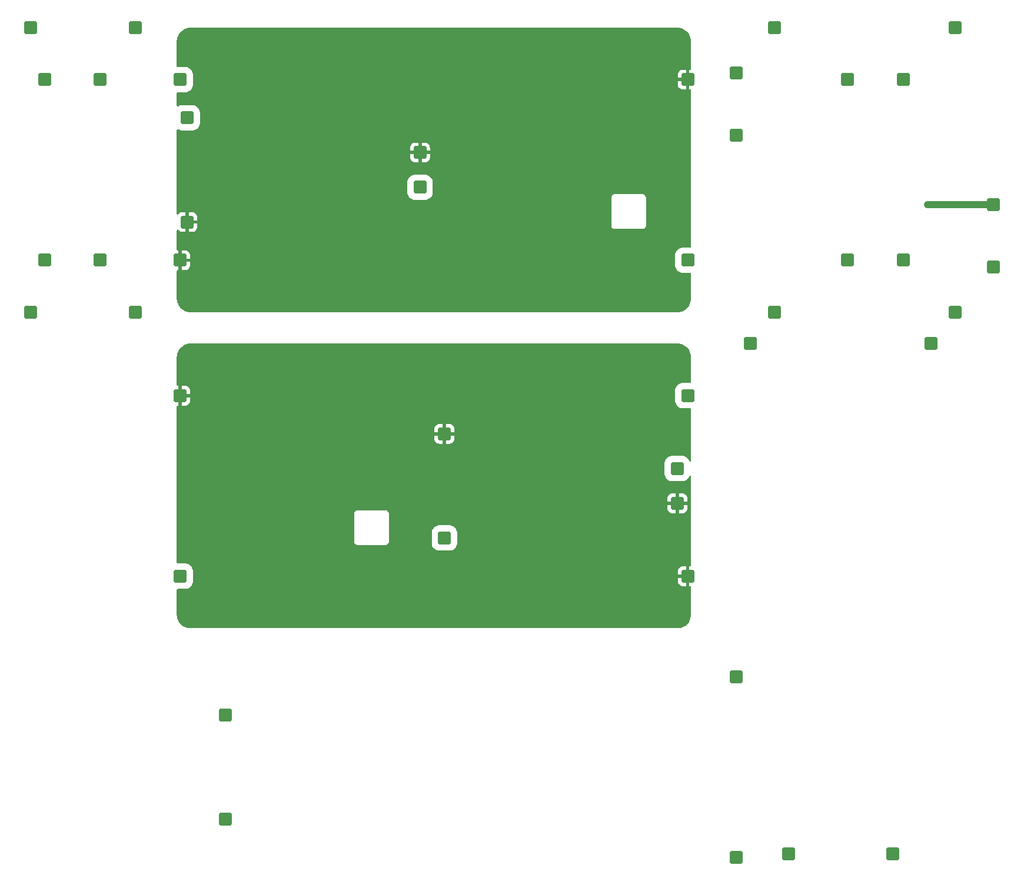
<source format=gbr>
%TF.GenerationSoftware,KiCad,Pcbnew,9.0.0*%
%TF.CreationDate,2025-03-21T15:29:29+01:00*%
%TF.ProjectId,DMW-BLJ31-charger,444d572d-424c-44a3-9331-2d6368617267,rev?*%
%TF.SameCoordinates,Original*%
%TF.FileFunction,Copper,L2,Bot*%
%TF.FilePolarity,Positive*%
%FSLAX46Y46*%
G04 Gerber Fmt 4.6, Leading zero omitted, Abs format (unit mm)*
G04 Created by KiCad (PCBNEW 9.0.0) date 2025-03-21 15:29:29*
%MOMM*%
%LPD*%
G01*
G04 APERTURE LIST*
G04 Aperture macros list*
%AMRoundRect*
0 Rectangle with rounded corners*
0 $1 Rounding radius*
0 $2 $3 $4 $5 $6 $7 $8 $9 X,Y pos of 4 corners*
0 Add a 4 corners polygon primitive as box body*
4,1,4,$2,$3,$4,$5,$6,$7,$8,$9,$2,$3,0*
0 Add four circle primitives for the rounded corners*
1,1,$1+$1,$2,$3*
1,1,$1+$1,$4,$5*
1,1,$1+$1,$6,$7*
1,1,$1+$1,$8,$9*
0 Add four rect primitives between the rounded corners*
20,1,$1+$1,$2,$3,$4,$5,0*
20,1,$1+$1,$4,$5,$6,$7,0*
20,1,$1+$1,$6,$7,$8,$9,0*
20,1,$1+$1,$8,$9,$2,$3,0*%
G04 Aperture macros list end*
%TA.AperFunction,ComponentPad*%
%ADD10RoundRect,0.250000X0.675000X-0.675000X0.675000X0.675000X-0.675000X0.675000X-0.675000X-0.675000X0*%
%TD*%
%TA.AperFunction,ComponentPad*%
%ADD11RoundRect,0.250000X-0.675000X-0.675000X0.675000X-0.675000X0.675000X0.675000X-0.675000X0.675000X0*%
%TD*%
%TA.AperFunction,ComponentPad*%
%ADD12RoundRect,0.250000X-0.675000X0.675000X-0.675000X-0.675000X0.675000X-0.675000X0.675000X0.675000X0*%
%TD*%
%TA.AperFunction,ViaPad*%
%ADD13C,0.600000*%
%TD*%
%TA.AperFunction,Conductor*%
%ADD14C,1.000000*%
%TD*%
G04 APERTURE END LIST*
D10*
%TO.P,J12,1,Pin_1*%
%TO.N,unconnected-(J12-Pin_1-Pad1)*%
X134500000Y-27500000D03*
%TD*%
D11*
%TO.P,J30,1,Pin_1*%
%TO.N,Net-(J29-Pin_1)*%
X87000000Y-101000000D03*
%TD*%
%TO.P,J38,1,Pin_1*%
%TO.N,GND*%
X37500000Y-61000000D03*
%TD*%
%TO.P,J7,1,Pin_1*%
%TO.N,unconnected-(J7-Pin_1-Pad1)*%
X151500000Y-146500000D03*
%TD*%
%TO.P,J27,1,Pin_1*%
%TO.N,Net-(J25-Pin_1)*%
X145000000Y-61000000D03*
%TD*%
%TO.P,J34,1,Pin_1*%
%TO.N,Net-(J29-Pin_1)*%
X49000000Y-35000000D03*
%TD*%
%TO.P,J26,1,Pin_1*%
%TO.N,Net-(J25-Pin_1)*%
X129000000Y-43000000D03*
%TD*%
%TO.P,J25,1,Pin_1*%
%TO.N,Net-(J25-Pin_1)*%
X83500000Y-50500000D03*
%TD*%
%TO.P,J29,1,Pin_1*%
%TO.N,Net-(J29-Pin_1)*%
X50000000Y-40500000D03*
%TD*%
D12*
%TO.P,J17,1,Pin_1*%
%TO.N,unconnected-(J17-Pin_1-Pad1)*%
X27500000Y-27500000D03*
%TD*%
%TO.P,J15,1,Pin_1*%
%TO.N,unconnected-(J15-Pin_1-Pad1)*%
X27500000Y-68500000D03*
%TD*%
D11*
%TO.P,J6,1,Pin_1*%
%TO.N,unconnected-(J6-Pin_1-Pad1)*%
X129000000Y-147000000D03*
%TD*%
%TO.P,J28,1,Pin_1*%
%TO.N,Net-(J25-Pin_1)*%
X122000000Y-61000000D03*
%TD*%
%TO.P,J37,1,Pin_1*%
%TO.N,GND*%
X122000000Y-106500000D03*
%TD*%
%TO.P,J41,1,Pin_1*%
%TO.N,GND*%
X49000000Y-80500000D03*
%TD*%
%TO.P,J46,1,Pin_1*%
%TO.N,GND*%
X166000000Y-62000000D03*
%TD*%
D12*
%TO.P,J9,1,Pin_1*%
%TO.N,unconnected-(J9-Pin_1-Pad1)*%
X131000000Y-73000000D03*
%TD*%
D11*
%TO.P,J48,1,Pin_1*%
%TO.N,GND*%
X120500000Y-96000000D03*
%TD*%
%TO.P,J42,1,Pin_1*%
%TO.N,Net-(J42-Pin_1)*%
X122000000Y-80500000D03*
%TD*%
%TO.P,J40,1,Pin_1*%
%TO.N,GND*%
X29500000Y-61000000D03*
%TD*%
%TO.P,J44,1,Pin_1*%
%TO.N,Net-(J42-Pin_1)*%
X166000000Y-53000000D03*
%TD*%
%TO.P,J36,1,Pin_1*%
%TO.N,GND*%
X50000000Y-55500000D03*
%TD*%
D10*
%TO.P,J10,1,Pin_1*%
%TO.N,unconnected-(J10-Pin_1-Pad1)*%
X160500000Y-27500000D03*
%TD*%
%TO.P,J18,1,Pin_1*%
%TO.N,unconnected-(J18-Pin_1-Pad1)*%
X42500000Y-27500000D03*
%TD*%
%TO.P,J16,1,Pin_1*%
%TO.N,unconnected-(J16-Pin_1-Pad1)*%
X42500000Y-68500000D03*
%TD*%
D11*
%TO.P,J21,1,Pin_1*%
%TO.N,GND*%
X122000000Y-35000000D03*
%TD*%
%TO.P,J35,1,Pin_1*%
%TO.N,GND*%
X87000000Y-86000000D03*
%TD*%
%TO.P,J20,1,Pin_1*%
%TO.N,unconnected-(J20-Pin_1-Pad1)*%
X55500000Y-141500000D03*
%TD*%
%TO.P,J32,1,Pin_1*%
%TO.N,Net-(J29-Pin_1)*%
X49000000Y-106500000D03*
%TD*%
%TO.P,J33,1,Pin_1*%
%TO.N,Net-(J29-Pin_1)*%
X37500000Y-35000000D03*
%TD*%
%TO.P,J47,1,Pin_1*%
%TO.N,GND*%
X153000000Y-35000000D03*
%TD*%
%TO.P,J19,1,Pin_1*%
%TO.N,unconnected-(J19-Pin_1-Pad1)*%
X55500000Y-126500000D03*
%TD*%
D10*
%TO.P,J13,1,Pin_1*%
%TO.N,unconnected-(J13-Pin_1-Pad1)*%
X160500000Y-68500000D03*
%TD*%
%TO.P,J11,1,Pin_1*%
%TO.N,unconnected-(J11-Pin_1-Pad1)*%
X157000000Y-73000000D03*
%TD*%
D11*
%TO.P,J22,1,Pin_1*%
%TO.N,GND*%
X145000000Y-35000000D03*
%TD*%
D10*
%TO.P,J8,1,Pin_1*%
%TO.N,unconnected-(J8-Pin_1-Pad1)*%
X136500000Y-146500000D03*
%TD*%
D11*
%TO.P,J39,1,Pin_1*%
%TO.N,GND*%
X49000000Y-61000000D03*
%TD*%
%TO.P,J45,1,Pin_1*%
%TO.N,Net-(J42-Pin_1)*%
X153000000Y-61000000D03*
%TD*%
%TO.P,J23,1,Pin_1*%
%TO.N,GND*%
X129000000Y-34000000D03*
%TD*%
%TO.P,J31,1,Pin_1*%
%TO.N,Net-(J29-Pin_1)*%
X29500000Y-35000000D03*
%TD*%
D10*
%TO.P,J14,1,Pin_1*%
%TO.N,unconnected-(J14-Pin_1-Pad1)*%
X134500000Y-68500000D03*
%TD*%
D11*
%TO.P,J24,1,Pin_1*%
%TO.N,GND*%
X83500000Y-45500000D03*
%TD*%
%TO.P,J43,1,Pin_1*%
%TO.N,Net-(J42-Pin_1)*%
X120500000Y-91000000D03*
%TD*%
%TO.P,J5,1,Pin_1*%
%TO.N,unconnected-(J5-Pin_1-Pad1)*%
X129000000Y-121000000D03*
%TD*%
D13*
%TO.N,GND*%
X105000000Y-95000000D03*
X70000000Y-90000000D03*
X95000000Y-80000000D03*
X110000000Y-35000000D03*
X100000000Y-40000000D03*
X80000000Y-55000000D03*
X105000000Y-100000000D03*
X60000000Y-55000000D03*
X60000000Y-50000000D03*
X115000000Y-80000000D03*
X100000000Y-50000000D03*
X70000000Y-85000000D03*
X110000000Y-95000000D03*
X65000000Y-60000000D03*
X60000000Y-35000000D03*
X105000000Y-50000000D03*
X60000000Y-90000000D03*
X110000000Y-100000000D03*
X70000000Y-50000000D03*
X75000000Y-40000000D03*
X105000000Y-35000000D03*
X100000000Y-80000000D03*
X100000000Y-100000000D03*
X80000000Y-65000000D03*
X90000000Y-110000000D03*
X60000000Y-100000000D03*
X105000000Y-45000000D03*
X65000000Y-35000000D03*
X100000000Y-85000000D03*
X95000000Y-85000000D03*
X90000000Y-95000000D03*
X95000000Y-110000000D03*
X55000000Y-60000000D03*
X105000000Y-110000000D03*
X75000000Y-45000000D03*
X95000000Y-35000000D03*
X90000000Y-85000000D03*
X110000000Y-85000000D03*
X70000000Y-95000000D03*
X55000000Y-65000000D03*
X95000000Y-40000000D03*
X105000000Y-105000000D03*
X60000000Y-95000000D03*
X55000000Y-45000000D03*
X115000000Y-110000000D03*
X110000000Y-40000000D03*
X75000000Y-55000000D03*
X115000000Y-45000000D03*
X75000000Y-50000000D03*
X105000000Y-55000000D03*
X115000000Y-90000000D03*
X60000000Y-60000000D03*
X70000000Y-60000000D03*
X60000000Y-40000000D03*
X65000000Y-100000000D03*
X95000000Y-90000000D03*
X65000000Y-40000000D03*
X80000000Y-90000000D03*
X95000000Y-95000000D03*
X55000000Y-50000000D03*
X80000000Y-35000000D03*
X115000000Y-95000000D03*
X70000000Y-45000000D03*
X55000000Y-55000000D03*
X80000000Y-85000000D03*
X115000000Y-40000000D03*
X100000000Y-45000000D03*
X65000000Y-55000000D03*
X65000000Y-45000000D03*
X100000000Y-105000000D03*
X105000000Y-90000000D03*
X95000000Y-105000000D03*
X110000000Y-110000000D03*
X80000000Y-60000000D03*
X100000000Y-110000000D03*
X60000000Y-65000000D03*
X80000000Y-95000000D03*
X70000000Y-65000000D03*
X115000000Y-50000000D03*
X100000000Y-90000000D03*
X65000000Y-80000000D03*
X115000000Y-35000000D03*
X70000000Y-55000000D03*
X90000000Y-80000000D03*
X80000000Y-80000000D03*
X70000000Y-80000000D03*
X100000000Y-95000000D03*
X105000000Y-40000000D03*
X110000000Y-90000000D03*
X90000000Y-90000000D03*
X100000000Y-35000000D03*
X115000000Y-85000000D03*
X70000000Y-100000000D03*
X75000000Y-80000000D03*
X65000000Y-50000000D03*
X105000000Y-85000000D03*
X95000000Y-45000000D03*
X70000000Y-40000000D03*
X90000000Y-100000000D03*
X65000000Y-65000000D03*
X95000000Y-100000000D03*
X90000000Y-105000000D03*
X60000000Y-45000000D03*
X115000000Y-100000000D03*
X60000000Y-80000000D03*
X65000000Y-95000000D03*
X110000000Y-80000000D03*
X75000000Y-90000000D03*
X55000000Y-40000000D03*
X110000000Y-50000000D03*
X75000000Y-35000000D03*
X60000000Y-85000000D03*
X75000000Y-85000000D03*
X65000000Y-85000000D03*
X75000000Y-65000000D03*
X55000000Y-35000000D03*
X75000000Y-60000000D03*
X65000000Y-90000000D03*
X115000000Y-105000000D03*
X75000000Y-95000000D03*
X70000000Y-35000000D03*
X80000000Y-40000000D03*
X105000000Y-80000000D03*
X110000000Y-105000000D03*
X110000000Y-45000000D03*
%TO.N,Net-(J42-Pin_1)*%
X156500000Y-53000000D03*
%TD*%
D14*
%TO.N,Net-(J42-Pin_1)*%
X156500000Y-53000000D02*
X166000000Y-53000000D01*
%TD*%
%TA.AperFunction,Conductor*%
%TO.N,GND*%
G36*
X120504418Y-73000316D02*
G01*
X120775790Y-73019724D01*
X120793291Y-73022241D01*
X121054803Y-73079129D01*
X121071762Y-73084108D01*
X121322524Y-73177638D01*
X121338616Y-73184987D01*
X121573501Y-73313244D01*
X121588375Y-73322802D01*
X121802624Y-73483188D01*
X121815994Y-73494774D01*
X122005225Y-73684005D01*
X122016811Y-73697375D01*
X122177193Y-73911619D01*
X122186758Y-73926503D01*
X122315011Y-74161382D01*
X122322361Y-74177475D01*
X122415888Y-74428229D01*
X122420872Y-74445205D01*
X122477757Y-74706702D01*
X122480275Y-74724214D01*
X122499184Y-74988590D01*
X122499500Y-74997436D01*
X122499500Y-78550500D01*
X122479815Y-78617539D01*
X122427011Y-78663294D01*
X122375500Y-78674500D01*
X121253984Y-78674500D01*
X121165375Y-78680650D01*
X121165359Y-78680652D01*
X120957823Y-78729465D01*
X120957817Y-78729467D01*
X120762761Y-78815592D01*
X120586858Y-78936088D01*
X120586852Y-78936093D01*
X120436093Y-79086852D01*
X120436088Y-79086858D01*
X120315592Y-79262761D01*
X120229467Y-79457817D01*
X120229465Y-79457823D01*
X120180652Y-79665359D01*
X120180650Y-79665375D01*
X120174500Y-79753984D01*
X120174500Y-81246015D01*
X120180650Y-81334624D01*
X120180652Y-81334640D01*
X120229465Y-81542176D01*
X120229467Y-81542182D01*
X120229468Y-81542185D01*
X120315591Y-81737237D01*
X120315592Y-81737238D01*
X120436088Y-81913141D01*
X120436093Y-81913147D01*
X120586852Y-82063906D01*
X120586858Y-82063911D01*
X120762763Y-82184409D01*
X120957815Y-82270532D01*
X120957821Y-82270533D01*
X120957823Y-82270534D01*
X121165359Y-82319347D01*
X121165364Y-82319347D01*
X121165370Y-82319349D01*
X121214602Y-82322766D01*
X121253984Y-82325500D01*
X121253988Y-82325500D01*
X122375500Y-82325500D01*
X122442539Y-82345185D01*
X122488294Y-82397989D01*
X122499500Y-82449500D01*
X122499500Y-88570186D01*
X122500000Y-88577816D01*
X122500000Y-89889686D01*
X122480315Y-89956725D01*
X122427511Y-90002480D01*
X122358353Y-90012424D01*
X122294797Y-89983399D01*
X122262565Y-89939772D01*
X122240450Y-89889686D01*
X122184409Y-89762763D01*
X122063911Y-89586858D01*
X122063906Y-89586852D01*
X121913147Y-89436093D01*
X121913141Y-89436088D01*
X121737238Y-89315592D01*
X121737239Y-89315592D01*
X121737237Y-89315591D01*
X121542185Y-89229468D01*
X121542183Y-89229467D01*
X121542182Y-89229467D01*
X121542176Y-89229465D01*
X121334640Y-89180652D01*
X121334624Y-89180650D01*
X121246016Y-89174500D01*
X121246012Y-89174500D01*
X119753988Y-89174500D01*
X119753984Y-89174500D01*
X119665375Y-89180650D01*
X119665359Y-89180652D01*
X119457823Y-89229465D01*
X119457817Y-89229467D01*
X119262761Y-89315592D01*
X119086858Y-89436088D01*
X119086852Y-89436093D01*
X118936093Y-89586852D01*
X118936088Y-89586858D01*
X118815592Y-89762761D01*
X118729467Y-89957817D01*
X118729465Y-89957823D01*
X118680652Y-90165359D01*
X118680650Y-90165375D01*
X118674500Y-90253984D01*
X118674500Y-91746015D01*
X118680650Y-91834624D01*
X118680652Y-91834640D01*
X118729465Y-92042176D01*
X118729467Y-92042182D01*
X118729468Y-92042185D01*
X118815591Y-92237237D01*
X118815592Y-92237238D01*
X118936088Y-92413141D01*
X118936093Y-92413147D01*
X119086852Y-92563906D01*
X119086858Y-92563911D01*
X119262763Y-92684409D01*
X119457815Y-92770532D01*
X119457821Y-92770533D01*
X119457823Y-92770534D01*
X119665359Y-92819347D01*
X119665364Y-92819347D01*
X119665370Y-92819349D01*
X119714602Y-92822766D01*
X119753984Y-92825500D01*
X119753988Y-92825500D01*
X121246016Y-92825500D01*
X121281459Y-92823039D01*
X121334630Y-92819349D01*
X121334636Y-92819347D01*
X121334640Y-92819347D01*
X121542176Y-92770534D01*
X121542174Y-92770534D01*
X121542185Y-92770532D01*
X121737237Y-92684409D01*
X121913142Y-92563911D01*
X122063911Y-92413142D01*
X122184409Y-92237237D01*
X122262566Y-92060225D01*
X122307651Y-92006851D01*
X122374437Y-91986323D01*
X122441719Y-92005161D01*
X122488136Y-92057384D01*
X122500000Y-92110313D01*
X122500000Y-98422185D01*
X122499500Y-98429815D01*
X122499500Y-104951000D01*
X122479815Y-105018039D01*
X122427011Y-105063794D01*
X122375500Y-105075000D01*
X122250000Y-105075000D01*
X122250000Y-106153590D01*
X122164044Y-106103963D01*
X122055952Y-106075000D01*
X121944048Y-106075000D01*
X121835956Y-106103963D01*
X121750000Y-106153590D01*
X121750000Y-105075000D01*
X121275028Y-105075000D01*
X121275012Y-105075001D01*
X121172302Y-105085494D01*
X121005880Y-105140641D01*
X121005875Y-105140643D01*
X120856654Y-105232684D01*
X120732684Y-105356654D01*
X120640643Y-105505875D01*
X120640641Y-105505880D01*
X120585494Y-105672302D01*
X120585493Y-105672309D01*
X120575000Y-105775013D01*
X120575000Y-106250000D01*
X121653590Y-106250000D01*
X121603963Y-106335956D01*
X121575000Y-106444048D01*
X121575000Y-106555952D01*
X121603963Y-106664044D01*
X121653590Y-106750000D01*
X120575001Y-106750000D01*
X120575001Y-107224986D01*
X120585494Y-107327697D01*
X120640641Y-107494119D01*
X120640643Y-107494124D01*
X120732684Y-107643345D01*
X120856654Y-107767315D01*
X121005875Y-107859356D01*
X121005880Y-107859358D01*
X121172302Y-107914505D01*
X121172309Y-107914506D01*
X121275019Y-107924999D01*
X121749999Y-107924999D01*
X121750000Y-107924998D01*
X121750000Y-106846409D01*
X121835956Y-106896037D01*
X121944048Y-106925000D01*
X122055952Y-106925000D01*
X122164044Y-106896037D01*
X122250000Y-106846409D01*
X122250000Y-107924999D01*
X122375500Y-107924999D01*
X122442539Y-107944684D01*
X122488294Y-107997488D01*
X122499500Y-108048999D01*
X122499500Y-112002562D01*
X122499184Y-112011408D01*
X122480275Y-112275785D01*
X122477757Y-112293297D01*
X122420872Y-112554794D01*
X122415888Y-112571770D01*
X122322361Y-112822524D01*
X122315011Y-112838617D01*
X122186758Y-113073496D01*
X122177193Y-113088380D01*
X122016811Y-113302624D01*
X122005225Y-113315994D01*
X121815994Y-113505225D01*
X121802624Y-113516811D01*
X121588380Y-113677193D01*
X121573496Y-113686758D01*
X121338617Y-113815011D01*
X121322524Y-113822361D01*
X121071770Y-113915888D01*
X121054794Y-113920872D01*
X120793297Y-113977757D01*
X120775785Y-113980275D01*
X120504418Y-113999684D01*
X120495572Y-114000000D01*
X50504428Y-114000000D01*
X50495582Y-113999684D01*
X50224214Y-113980275D01*
X50206702Y-113977757D01*
X49945205Y-113920872D01*
X49928229Y-113915888D01*
X49677475Y-113822361D01*
X49661382Y-113815011D01*
X49426503Y-113686758D01*
X49411619Y-113677193D01*
X49197375Y-113516811D01*
X49184005Y-113505225D01*
X48994774Y-113315994D01*
X48983188Y-113302624D01*
X48822802Y-113088375D01*
X48813244Y-113073501D01*
X48684987Y-112838616D01*
X48677638Y-112822524D01*
X48584108Y-112571762D01*
X48579129Y-112554803D01*
X48522241Y-112293291D01*
X48519724Y-112275785D01*
X48500816Y-112011408D01*
X48500500Y-112002562D01*
X48500500Y-108449500D01*
X48520185Y-108382461D01*
X48572989Y-108336706D01*
X48624500Y-108325500D01*
X49746016Y-108325500D01*
X49781459Y-108323039D01*
X49834630Y-108319349D01*
X49834636Y-108319347D01*
X49834640Y-108319347D01*
X50042176Y-108270534D01*
X50042174Y-108270534D01*
X50042185Y-108270532D01*
X50237237Y-108184409D01*
X50413142Y-108063911D01*
X50563911Y-107913142D01*
X50684409Y-107737237D01*
X50770532Y-107542185D01*
X50819349Y-107334630D01*
X50825500Y-107246012D01*
X50825500Y-105753988D01*
X50819349Y-105665370D01*
X50819347Y-105665364D01*
X50819347Y-105665359D01*
X50770534Y-105457823D01*
X50770532Y-105457817D01*
X50770532Y-105457815D01*
X50684409Y-105262763D01*
X50563911Y-105086858D01*
X50563906Y-105086852D01*
X50413147Y-104936093D01*
X50413141Y-104936088D01*
X50237238Y-104815592D01*
X50237239Y-104815592D01*
X50237237Y-104815591D01*
X50042185Y-104729468D01*
X50042183Y-104729467D01*
X50042182Y-104729467D01*
X50042176Y-104729465D01*
X49834640Y-104680652D01*
X49834624Y-104680650D01*
X49746016Y-104674500D01*
X49746012Y-104674500D01*
X48624500Y-104674500D01*
X48557461Y-104654815D01*
X48511706Y-104602011D01*
X48500500Y-104550500D01*
X48500500Y-98429815D01*
X48500000Y-98422185D01*
X48500000Y-97434108D01*
X73999500Y-97434108D01*
X73999500Y-101565891D01*
X74033608Y-101693187D01*
X74064107Y-101746012D01*
X74099500Y-101807314D01*
X74192686Y-101900500D01*
X74306814Y-101966392D01*
X74434108Y-102000500D01*
X74434110Y-102000500D01*
X78565890Y-102000500D01*
X78565892Y-102000500D01*
X78693186Y-101966392D01*
X78807314Y-101900500D01*
X78900500Y-101807314D01*
X78966392Y-101693186D01*
X79000500Y-101565892D01*
X79000500Y-100253984D01*
X85174500Y-100253984D01*
X85174500Y-101746015D01*
X85180650Y-101834624D01*
X85180652Y-101834640D01*
X85229465Y-102042176D01*
X85229467Y-102042182D01*
X85229468Y-102042185D01*
X85315591Y-102237237D01*
X85315592Y-102237238D01*
X85436088Y-102413141D01*
X85436093Y-102413147D01*
X85586852Y-102563906D01*
X85586858Y-102563911D01*
X85762763Y-102684409D01*
X85957815Y-102770532D01*
X85957821Y-102770533D01*
X85957823Y-102770534D01*
X86165359Y-102819347D01*
X86165364Y-102819347D01*
X86165370Y-102819349D01*
X86214602Y-102822766D01*
X86253984Y-102825500D01*
X86253988Y-102825500D01*
X87746016Y-102825500D01*
X87781459Y-102823039D01*
X87834630Y-102819349D01*
X87834636Y-102819347D01*
X87834640Y-102819347D01*
X88042176Y-102770534D01*
X88042174Y-102770534D01*
X88042185Y-102770532D01*
X88237237Y-102684409D01*
X88413142Y-102563911D01*
X88563911Y-102413142D01*
X88684409Y-102237237D01*
X88770532Y-102042185D01*
X88788359Y-101966391D01*
X88819347Y-101834640D01*
X88819347Y-101834636D01*
X88819349Y-101834630D01*
X88825500Y-101746012D01*
X88825500Y-100253988D01*
X88819349Y-100165370D01*
X88819347Y-100165364D01*
X88819347Y-100165359D01*
X88770534Y-99957823D01*
X88770532Y-99957817D01*
X88770532Y-99957815D01*
X88684409Y-99762763D01*
X88563911Y-99586858D01*
X88563906Y-99586852D01*
X88413147Y-99436093D01*
X88413141Y-99436088D01*
X88237238Y-99315592D01*
X88237239Y-99315592D01*
X88237237Y-99315591D01*
X88042185Y-99229468D01*
X88042183Y-99229467D01*
X88042182Y-99229467D01*
X88042176Y-99229465D01*
X87834640Y-99180652D01*
X87834624Y-99180650D01*
X87746016Y-99174500D01*
X87746012Y-99174500D01*
X86253988Y-99174500D01*
X86253984Y-99174500D01*
X86165375Y-99180650D01*
X86165359Y-99180652D01*
X85957823Y-99229465D01*
X85957817Y-99229467D01*
X85762761Y-99315592D01*
X85586858Y-99436088D01*
X85586852Y-99436093D01*
X85436093Y-99586852D01*
X85436088Y-99586858D01*
X85315592Y-99762761D01*
X85229467Y-99957817D01*
X85229465Y-99957823D01*
X85180652Y-100165359D01*
X85180650Y-100165375D01*
X85174500Y-100253984D01*
X79000500Y-100253984D01*
X79000500Y-97434108D01*
X78966392Y-97306814D01*
X78900500Y-97192686D01*
X78807314Y-97099500D01*
X78750250Y-97066554D01*
X78693187Y-97033608D01*
X78629539Y-97016554D01*
X78565892Y-96999500D01*
X74565892Y-96999500D01*
X74434108Y-96999500D01*
X74306812Y-97033608D01*
X74192686Y-97099500D01*
X74192683Y-97099502D01*
X74099502Y-97192683D01*
X74099500Y-97192686D01*
X74033608Y-97306812D01*
X73999500Y-97434108D01*
X48500000Y-97434108D01*
X48500000Y-95275013D01*
X119075000Y-95275013D01*
X119075000Y-95750000D01*
X120153590Y-95750000D01*
X120103963Y-95835956D01*
X120075000Y-95944048D01*
X120075000Y-96055952D01*
X120103963Y-96164044D01*
X120153590Y-96250000D01*
X119075001Y-96250000D01*
X119075001Y-96724986D01*
X119085494Y-96827697D01*
X119140641Y-96994119D01*
X119140643Y-96994124D01*
X119232684Y-97143345D01*
X119356654Y-97267315D01*
X119505875Y-97359356D01*
X119505880Y-97359358D01*
X119672302Y-97414505D01*
X119672309Y-97414506D01*
X119775019Y-97424999D01*
X120249999Y-97424999D01*
X120250000Y-97424998D01*
X120250000Y-96346409D01*
X120335956Y-96396037D01*
X120444048Y-96425000D01*
X120555952Y-96425000D01*
X120664044Y-96396037D01*
X120750000Y-96346409D01*
X120750000Y-97424999D01*
X121224972Y-97424999D01*
X121224986Y-97424998D01*
X121327697Y-97414505D01*
X121494119Y-97359358D01*
X121494124Y-97359356D01*
X121643345Y-97267315D01*
X121767315Y-97143345D01*
X121859356Y-96994124D01*
X121859358Y-96994119D01*
X121914505Y-96827697D01*
X121914506Y-96827690D01*
X121924999Y-96724986D01*
X121925000Y-96724973D01*
X121925000Y-96250000D01*
X120846410Y-96250000D01*
X120896037Y-96164044D01*
X120925000Y-96055952D01*
X120925000Y-95944048D01*
X120896037Y-95835956D01*
X120846410Y-95750000D01*
X121924999Y-95750000D01*
X121924999Y-95275028D01*
X121924998Y-95275013D01*
X121914505Y-95172302D01*
X121859358Y-95005880D01*
X121859356Y-95005875D01*
X121767315Y-94856654D01*
X121643345Y-94732684D01*
X121494124Y-94640643D01*
X121494119Y-94640641D01*
X121327697Y-94585494D01*
X121327690Y-94585493D01*
X121224986Y-94575000D01*
X120750000Y-94575000D01*
X120750000Y-95653590D01*
X120664044Y-95603963D01*
X120555952Y-95575000D01*
X120444048Y-95575000D01*
X120335956Y-95603963D01*
X120250000Y-95653590D01*
X120250000Y-94575000D01*
X119775028Y-94575000D01*
X119775012Y-94575001D01*
X119672302Y-94585494D01*
X119505880Y-94640641D01*
X119505875Y-94640643D01*
X119356654Y-94732684D01*
X119232684Y-94856654D01*
X119140643Y-95005875D01*
X119140641Y-95005880D01*
X119085494Y-95172302D01*
X119085493Y-95172309D01*
X119075000Y-95275013D01*
X48500000Y-95275013D01*
X48500000Y-88577816D01*
X48500500Y-88570186D01*
X48500500Y-85275013D01*
X85575000Y-85275013D01*
X85575000Y-85750000D01*
X86653590Y-85750000D01*
X86603963Y-85835956D01*
X86575000Y-85944048D01*
X86575000Y-86055952D01*
X86603963Y-86164044D01*
X86653590Y-86250000D01*
X85575001Y-86250000D01*
X85575001Y-86724986D01*
X85585494Y-86827697D01*
X85640641Y-86994119D01*
X85640643Y-86994124D01*
X85732684Y-87143345D01*
X85856654Y-87267315D01*
X86005875Y-87359356D01*
X86005880Y-87359358D01*
X86172302Y-87414505D01*
X86172309Y-87414506D01*
X86275019Y-87424999D01*
X86749999Y-87424999D01*
X86750000Y-87424998D01*
X86750000Y-86346409D01*
X86835956Y-86396037D01*
X86944048Y-86425000D01*
X87055952Y-86425000D01*
X87164044Y-86396037D01*
X87250000Y-86346409D01*
X87250000Y-87424999D01*
X87724972Y-87424999D01*
X87724986Y-87424998D01*
X87827697Y-87414505D01*
X87994119Y-87359358D01*
X87994124Y-87359356D01*
X88143345Y-87267315D01*
X88267315Y-87143345D01*
X88359356Y-86994124D01*
X88359358Y-86994119D01*
X88414505Y-86827697D01*
X88414506Y-86827690D01*
X88424999Y-86724986D01*
X88425000Y-86724973D01*
X88425000Y-86250000D01*
X87346410Y-86250000D01*
X87396037Y-86164044D01*
X87425000Y-86055952D01*
X87425000Y-85944048D01*
X87396037Y-85835956D01*
X87346410Y-85750000D01*
X88424999Y-85750000D01*
X88424999Y-85275028D01*
X88424998Y-85275013D01*
X88414505Y-85172302D01*
X88359358Y-85005880D01*
X88359356Y-85005875D01*
X88267315Y-84856654D01*
X88143345Y-84732684D01*
X87994124Y-84640643D01*
X87994119Y-84640641D01*
X87827697Y-84585494D01*
X87827690Y-84585493D01*
X87724986Y-84575000D01*
X87250000Y-84575000D01*
X87250000Y-85653590D01*
X87164044Y-85603963D01*
X87055952Y-85575000D01*
X86944048Y-85575000D01*
X86835956Y-85603963D01*
X86750000Y-85653590D01*
X86750000Y-84575000D01*
X86275028Y-84575000D01*
X86275012Y-84575001D01*
X86172302Y-84585494D01*
X86005880Y-84640641D01*
X86005875Y-84640643D01*
X85856654Y-84732684D01*
X85732684Y-84856654D01*
X85640643Y-85005875D01*
X85640641Y-85005880D01*
X85585494Y-85172302D01*
X85585493Y-85172309D01*
X85575000Y-85275013D01*
X48500500Y-85275013D01*
X48500500Y-82048999D01*
X48520185Y-81981960D01*
X48572989Y-81936205D01*
X48624500Y-81924999D01*
X48750000Y-81924999D01*
X48750000Y-80846409D01*
X48835956Y-80896037D01*
X48944048Y-80925000D01*
X49055952Y-80925000D01*
X49164044Y-80896037D01*
X49250000Y-80846409D01*
X49250000Y-81924999D01*
X49724972Y-81924999D01*
X49724986Y-81924998D01*
X49827697Y-81914505D01*
X49994119Y-81859358D01*
X49994124Y-81859356D01*
X50143345Y-81767315D01*
X50267315Y-81643345D01*
X50359356Y-81494124D01*
X50359358Y-81494119D01*
X50414505Y-81327697D01*
X50414506Y-81327690D01*
X50424999Y-81224986D01*
X50425000Y-81224973D01*
X50425000Y-80750000D01*
X49346410Y-80750000D01*
X49396037Y-80664044D01*
X49425000Y-80555952D01*
X49425000Y-80444048D01*
X49396037Y-80335956D01*
X49346410Y-80250000D01*
X50424999Y-80250000D01*
X50424999Y-79775028D01*
X50424998Y-79775013D01*
X50414505Y-79672302D01*
X50359358Y-79505880D01*
X50359356Y-79505875D01*
X50267315Y-79356654D01*
X50143345Y-79232684D01*
X49994124Y-79140643D01*
X49994119Y-79140641D01*
X49827697Y-79085494D01*
X49827690Y-79085493D01*
X49724986Y-79075000D01*
X49250000Y-79075000D01*
X49250000Y-80153590D01*
X49164044Y-80103963D01*
X49055952Y-80075000D01*
X48944048Y-80075000D01*
X48835956Y-80103963D01*
X48750000Y-80153590D01*
X48750000Y-79075000D01*
X48624500Y-79075000D01*
X48557461Y-79055315D01*
X48511706Y-79002511D01*
X48500500Y-78951000D01*
X48500500Y-74997436D01*
X48500816Y-74988590D01*
X48519724Y-74724214D01*
X48522240Y-74706710D01*
X48579130Y-74445192D01*
X48584107Y-74428241D01*
X48677640Y-74177470D01*
X48684985Y-74161388D01*
X48813248Y-73926491D01*
X48822798Y-73911630D01*
X48983195Y-73697366D01*
X48994767Y-73684012D01*
X49184012Y-73494767D01*
X49197366Y-73483195D01*
X49411630Y-73322798D01*
X49426491Y-73313248D01*
X49661388Y-73184985D01*
X49677470Y-73177640D01*
X49928241Y-73084107D01*
X49945192Y-73079130D01*
X50206710Y-73022240D01*
X50224207Y-73019724D01*
X50495582Y-73000316D01*
X50504428Y-73000000D01*
X120495572Y-73000000D01*
X120504418Y-73000316D01*
G37*
%TD.AperFunction*%
%TD*%
%TA.AperFunction,Conductor*%
%TO.N,GND*%
G36*
X120504418Y-27500316D02*
G01*
X120775790Y-27519724D01*
X120793291Y-27522241D01*
X121054803Y-27579129D01*
X121071762Y-27584108D01*
X121322524Y-27677638D01*
X121338616Y-27684987D01*
X121573501Y-27813244D01*
X121588375Y-27822802D01*
X121802624Y-27983188D01*
X121815994Y-27994774D01*
X122005225Y-28184005D01*
X122016811Y-28197375D01*
X122177193Y-28411619D01*
X122186758Y-28426503D01*
X122315011Y-28661382D01*
X122322361Y-28677475D01*
X122415888Y-28928229D01*
X122420872Y-28945205D01*
X122477757Y-29206702D01*
X122480275Y-29224214D01*
X122499184Y-29488590D01*
X122499500Y-29497436D01*
X122499500Y-30570186D01*
X122500000Y-30577816D01*
X122500000Y-33451000D01*
X122480315Y-33518039D01*
X122427511Y-33563794D01*
X122376000Y-33575000D01*
X122250000Y-33575000D01*
X122250000Y-34653590D01*
X122164044Y-34603963D01*
X122055952Y-34575000D01*
X121944048Y-34575000D01*
X121835956Y-34603963D01*
X121750000Y-34653590D01*
X121750000Y-33575000D01*
X121275028Y-33575000D01*
X121275012Y-33575001D01*
X121172302Y-33585494D01*
X121005880Y-33640641D01*
X121005875Y-33640643D01*
X120856654Y-33732684D01*
X120732684Y-33856654D01*
X120640643Y-34005875D01*
X120640641Y-34005880D01*
X120585494Y-34172302D01*
X120585493Y-34172309D01*
X120575000Y-34275013D01*
X120575000Y-34750000D01*
X121653590Y-34750000D01*
X121603963Y-34835956D01*
X121575000Y-34944048D01*
X121575000Y-35055952D01*
X121603963Y-35164044D01*
X121653590Y-35250000D01*
X120575001Y-35250000D01*
X120575001Y-35724986D01*
X120585494Y-35827697D01*
X120640641Y-35994119D01*
X120640643Y-35994124D01*
X120732684Y-36143345D01*
X120856654Y-36267315D01*
X121005875Y-36359356D01*
X121005880Y-36359358D01*
X121172302Y-36414505D01*
X121172309Y-36414506D01*
X121275019Y-36424999D01*
X121749999Y-36424999D01*
X121750000Y-36424998D01*
X121750000Y-35346409D01*
X121835956Y-35396037D01*
X121944048Y-35425000D01*
X122055952Y-35425000D01*
X122164044Y-35396037D01*
X122250000Y-35346409D01*
X122250000Y-36424999D01*
X122376000Y-36424999D01*
X122443039Y-36444684D01*
X122488794Y-36497488D01*
X122500000Y-36548999D01*
X122500000Y-40422185D01*
X122499500Y-40429815D01*
X122499500Y-55570186D01*
X122500000Y-55577816D01*
X122500000Y-59050500D01*
X122480315Y-59117539D01*
X122427511Y-59163294D01*
X122376000Y-59174500D01*
X121253984Y-59174500D01*
X121165375Y-59180650D01*
X121165359Y-59180652D01*
X120957823Y-59229465D01*
X120957817Y-59229467D01*
X120762761Y-59315592D01*
X120586858Y-59436088D01*
X120586852Y-59436093D01*
X120436093Y-59586852D01*
X120436088Y-59586858D01*
X120315592Y-59762761D01*
X120229467Y-59957817D01*
X120229465Y-59957823D01*
X120180652Y-60165359D01*
X120180650Y-60165375D01*
X120174500Y-60253984D01*
X120174500Y-61746015D01*
X120180650Y-61834624D01*
X120180652Y-61834640D01*
X120229465Y-62042176D01*
X120229467Y-62042182D01*
X120229468Y-62042185D01*
X120315591Y-62237237D01*
X120315592Y-62237238D01*
X120436088Y-62413141D01*
X120436093Y-62413147D01*
X120586852Y-62563906D01*
X120586858Y-62563911D01*
X120762763Y-62684409D01*
X120957815Y-62770532D01*
X120957821Y-62770533D01*
X120957823Y-62770534D01*
X121165359Y-62819347D01*
X121165364Y-62819347D01*
X121165370Y-62819349D01*
X121214602Y-62822766D01*
X121253984Y-62825500D01*
X122376000Y-62825500D01*
X122443039Y-62845185D01*
X122488794Y-62897989D01*
X122500000Y-62949500D01*
X122500000Y-65422185D01*
X122499500Y-65429815D01*
X122499500Y-66502562D01*
X122499184Y-66511408D01*
X122480275Y-66775785D01*
X122477757Y-66793297D01*
X122420872Y-67054794D01*
X122415888Y-67071770D01*
X122322361Y-67322524D01*
X122315011Y-67338617D01*
X122186758Y-67573496D01*
X122177193Y-67588380D01*
X122016811Y-67802624D01*
X122005225Y-67815994D01*
X121815994Y-68005225D01*
X121802624Y-68016811D01*
X121588380Y-68177193D01*
X121573496Y-68186758D01*
X121338617Y-68315011D01*
X121322524Y-68322361D01*
X121071770Y-68415888D01*
X121054794Y-68420872D01*
X120793297Y-68477757D01*
X120775785Y-68480275D01*
X120504418Y-68499684D01*
X120495572Y-68500000D01*
X50504428Y-68500000D01*
X50495582Y-68499684D01*
X50224214Y-68480275D01*
X50206702Y-68477757D01*
X49945205Y-68420872D01*
X49928229Y-68415888D01*
X49677475Y-68322361D01*
X49661382Y-68315011D01*
X49426503Y-68186758D01*
X49411619Y-68177193D01*
X49197375Y-68016811D01*
X49184005Y-68005225D01*
X48994774Y-67815994D01*
X48983188Y-67802624D01*
X48822802Y-67588375D01*
X48813244Y-67573501D01*
X48684987Y-67338616D01*
X48677638Y-67322524D01*
X48584108Y-67071762D01*
X48579129Y-67054803D01*
X48522241Y-66793291D01*
X48519724Y-66775785D01*
X48500816Y-66511408D01*
X48500500Y-66502562D01*
X48500500Y-65429815D01*
X48500000Y-65422185D01*
X48500000Y-62548999D01*
X48519685Y-62481960D01*
X48572489Y-62436205D01*
X48624000Y-62424999D01*
X48750000Y-62424999D01*
X48750000Y-61346409D01*
X48835956Y-61396037D01*
X48944048Y-61425000D01*
X49055952Y-61425000D01*
X49164044Y-61396037D01*
X49250000Y-61346409D01*
X49250000Y-62424999D01*
X49724972Y-62424999D01*
X49724986Y-62424998D01*
X49827697Y-62414505D01*
X49994119Y-62359358D01*
X49994124Y-62359356D01*
X50143345Y-62267315D01*
X50267315Y-62143345D01*
X50359356Y-61994124D01*
X50359358Y-61994119D01*
X50414505Y-61827697D01*
X50414506Y-61827690D01*
X50424999Y-61724986D01*
X50425000Y-61724973D01*
X50425000Y-61250000D01*
X49346410Y-61250000D01*
X49396037Y-61164044D01*
X49425000Y-61055952D01*
X49425000Y-60944048D01*
X49396037Y-60835956D01*
X49346410Y-60750000D01*
X50424999Y-60750000D01*
X50424999Y-60275028D01*
X50424998Y-60275013D01*
X50414505Y-60172302D01*
X50359358Y-60005880D01*
X50359356Y-60005875D01*
X50267315Y-59856654D01*
X50143345Y-59732684D01*
X49994124Y-59640643D01*
X49994119Y-59640641D01*
X49827697Y-59585494D01*
X49827690Y-59585493D01*
X49724986Y-59575000D01*
X49250000Y-59575000D01*
X49250000Y-60653590D01*
X49164044Y-60603963D01*
X49055952Y-60575000D01*
X48944048Y-60575000D01*
X48835956Y-60603963D01*
X48750000Y-60653590D01*
X48750000Y-59575000D01*
X48624000Y-59575000D01*
X48556961Y-59555315D01*
X48511206Y-59502511D01*
X48500000Y-59451000D01*
X48500000Y-56703342D01*
X48519685Y-56636303D01*
X48572489Y-56590548D01*
X48641647Y-56580604D01*
X48705203Y-56609629D01*
X48729541Y-56638249D01*
X48732683Y-56643344D01*
X48856654Y-56767315D01*
X49005875Y-56859356D01*
X49005880Y-56859358D01*
X49172302Y-56914505D01*
X49172309Y-56914506D01*
X49275019Y-56924999D01*
X49749999Y-56924999D01*
X49750000Y-56924998D01*
X49750000Y-55846409D01*
X49835956Y-55896037D01*
X49944048Y-55925000D01*
X50055952Y-55925000D01*
X50164044Y-55896037D01*
X50250000Y-55846409D01*
X50250000Y-56924999D01*
X50724972Y-56924999D01*
X50724986Y-56924998D01*
X50827697Y-56914505D01*
X50994119Y-56859358D01*
X50994124Y-56859356D01*
X51143345Y-56767315D01*
X51267315Y-56643345D01*
X51359356Y-56494124D01*
X51359358Y-56494119D01*
X51414505Y-56327697D01*
X51414506Y-56327690D01*
X51424999Y-56224986D01*
X51425000Y-56224973D01*
X51425000Y-55750000D01*
X50346410Y-55750000D01*
X50396037Y-55664044D01*
X50425000Y-55555952D01*
X50425000Y-55444048D01*
X50396037Y-55335956D01*
X50346410Y-55250000D01*
X51424999Y-55250000D01*
X51424999Y-54775028D01*
X51424998Y-54775013D01*
X51414505Y-54672302D01*
X51359358Y-54505880D01*
X51359356Y-54505875D01*
X51267315Y-54356654D01*
X51143345Y-54232684D01*
X50994124Y-54140643D01*
X50994119Y-54140641D01*
X50827697Y-54085494D01*
X50827690Y-54085493D01*
X50724986Y-54075000D01*
X50250000Y-54075000D01*
X50250000Y-55153590D01*
X50164044Y-55103963D01*
X50055952Y-55075000D01*
X49944048Y-55075000D01*
X49835956Y-55103963D01*
X49750000Y-55153590D01*
X49750000Y-54075000D01*
X49275028Y-54075000D01*
X49275012Y-54075001D01*
X49172302Y-54085494D01*
X49005880Y-54140641D01*
X49005875Y-54140643D01*
X48856654Y-54232684D01*
X48732684Y-54356654D01*
X48730038Y-54360945D01*
X48678089Y-54407668D01*
X48609126Y-54418889D01*
X48545044Y-54391045D01*
X48506189Y-54332975D01*
X48500500Y-54295846D01*
X48500500Y-49753984D01*
X81674500Y-49753984D01*
X81674500Y-51246015D01*
X81680650Y-51334624D01*
X81680652Y-51334640D01*
X81729465Y-51542176D01*
X81729467Y-51542182D01*
X81729468Y-51542185D01*
X81815591Y-51737237D01*
X81875840Y-51825189D01*
X81936088Y-51913141D01*
X81936093Y-51913147D01*
X82086852Y-52063906D01*
X82086858Y-52063911D01*
X82262763Y-52184409D01*
X82457815Y-52270532D01*
X82457821Y-52270533D01*
X82457823Y-52270534D01*
X82665359Y-52319347D01*
X82665364Y-52319347D01*
X82665370Y-52319349D01*
X82714602Y-52322766D01*
X82753984Y-52325500D01*
X82753988Y-52325500D01*
X84246016Y-52325500D01*
X84281459Y-52323039D01*
X84334630Y-52319349D01*
X84334636Y-52319347D01*
X84334640Y-52319347D01*
X84542176Y-52270534D01*
X84542174Y-52270534D01*
X84542185Y-52270532D01*
X84737237Y-52184409D01*
X84913142Y-52063911D01*
X85042945Y-51934108D01*
X110999500Y-51934108D01*
X110999500Y-56065891D01*
X111033608Y-56193187D01*
X111051960Y-56224973D01*
X111099500Y-56307314D01*
X111192686Y-56400500D01*
X111306814Y-56466392D01*
X111434108Y-56500500D01*
X111434110Y-56500500D01*
X115565890Y-56500500D01*
X115565892Y-56500500D01*
X115693186Y-56466392D01*
X115807314Y-56400500D01*
X115900500Y-56307314D01*
X115966392Y-56193186D01*
X116000500Y-56065892D01*
X116000500Y-51934108D01*
X115966392Y-51806814D01*
X115900500Y-51692686D01*
X115807314Y-51599500D01*
X115750250Y-51566554D01*
X115693187Y-51533608D01*
X115629539Y-51516554D01*
X115565892Y-51499500D01*
X111565892Y-51499500D01*
X111434108Y-51499500D01*
X111306812Y-51533608D01*
X111192686Y-51599500D01*
X111192683Y-51599502D01*
X111099502Y-51692683D01*
X111099500Y-51692686D01*
X111033608Y-51806812D01*
X110999500Y-51934108D01*
X85042945Y-51934108D01*
X85063911Y-51913142D01*
X85184409Y-51737237D01*
X85270532Y-51542185D01*
X85319349Y-51334630D01*
X85325500Y-51246012D01*
X85325500Y-49753988D01*
X85319349Y-49665370D01*
X85319347Y-49665364D01*
X85319347Y-49665359D01*
X85270534Y-49457823D01*
X85270532Y-49457817D01*
X85270532Y-49457815D01*
X85184409Y-49262763D01*
X85063911Y-49086858D01*
X85063906Y-49086852D01*
X84913147Y-48936093D01*
X84913141Y-48936088D01*
X84737238Y-48815592D01*
X84737239Y-48815592D01*
X84737237Y-48815591D01*
X84542185Y-48729468D01*
X84542183Y-48729467D01*
X84542182Y-48729467D01*
X84542176Y-48729465D01*
X84334640Y-48680652D01*
X84334624Y-48680650D01*
X84246016Y-48674500D01*
X84246012Y-48674500D01*
X82753988Y-48674500D01*
X82753984Y-48674500D01*
X82665375Y-48680650D01*
X82665359Y-48680652D01*
X82457823Y-48729465D01*
X82457817Y-48729467D01*
X82262761Y-48815592D01*
X82086858Y-48936088D01*
X82086852Y-48936093D01*
X81936093Y-49086852D01*
X81936088Y-49086858D01*
X81815592Y-49262761D01*
X81729467Y-49457817D01*
X81729465Y-49457823D01*
X81680652Y-49665359D01*
X81680650Y-49665375D01*
X81674500Y-49753984D01*
X48500500Y-49753984D01*
X48500500Y-44775013D01*
X82075000Y-44775013D01*
X82075000Y-45250000D01*
X83153590Y-45250000D01*
X83103963Y-45335956D01*
X83075000Y-45444048D01*
X83075000Y-45555952D01*
X83103963Y-45664044D01*
X83153590Y-45750000D01*
X82075001Y-45750000D01*
X82075001Y-46224986D01*
X82085494Y-46327697D01*
X82140641Y-46494119D01*
X82140643Y-46494124D01*
X82232684Y-46643345D01*
X82356654Y-46767315D01*
X82505875Y-46859356D01*
X82505880Y-46859358D01*
X82672302Y-46914505D01*
X82672309Y-46914506D01*
X82775019Y-46924999D01*
X83249999Y-46924999D01*
X83250000Y-46924998D01*
X83250000Y-45846409D01*
X83335956Y-45896037D01*
X83444048Y-45925000D01*
X83555952Y-45925000D01*
X83664044Y-45896037D01*
X83750000Y-45846409D01*
X83750000Y-46924999D01*
X84224972Y-46924999D01*
X84224986Y-46924998D01*
X84327697Y-46914505D01*
X84494119Y-46859358D01*
X84494124Y-46859356D01*
X84643345Y-46767315D01*
X84767315Y-46643345D01*
X84859356Y-46494124D01*
X84859358Y-46494119D01*
X84914505Y-46327697D01*
X84914506Y-46327690D01*
X84924999Y-46224986D01*
X84925000Y-46224973D01*
X84925000Y-45750000D01*
X83846410Y-45750000D01*
X83896037Y-45664044D01*
X83925000Y-45555952D01*
X83925000Y-45444048D01*
X83896037Y-45335956D01*
X83846410Y-45250000D01*
X84924999Y-45250000D01*
X84924999Y-44775028D01*
X84924998Y-44775013D01*
X84914505Y-44672302D01*
X84859358Y-44505880D01*
X84859356Y-44505875D01*
X84767315Y-44356654D01*
X84643345Y-44232684D01*
X84494124Y-44140643D01*
X84494119Y-44140641D01*
X84327697Y-44085494D01*
X84327690Y-44085493D01*
X84224986Y-44075000D01*
X83750000Y-44075000D01*
X83750000Y-45153590D01*
X83664044Y-45103963D01*
X83555952Y-45075000D01*
X83444048Y-45075000D01*
X83335956Y-45103963D01*
X83250000Y-45153590D01*
X83250000Y-44075000D01*
X82775028Y-44075000D01*
X82775012Y-44075001D01*
X82672302Y-44085494D01*
X82505880Y-44140641D01*
X82505875Y-44140643D01*
X82356654Y-44232684D01*
X82232684Y-44356654D01*
X82140643Y-44505875D01*
X82140641Y-44505880D01*
X82085494Y-44672302D01*
X82085493Y-44672309D01*
X82075000Y-44775013D01*
X48500500Y-44775013D01*
X48500500Y-42240000D01*
X48520185Y-42172961D01*
X48572989Y-42127206D01*
X48642147Y-42117262D01*
X48694577Y-42137701D01*
X48746051Y-42172961D01*
X48762763Y-42184409D01*
X48957815Y-42270532D01*
X48957821Y-42270533D01*
X48957823Y-42270534D01*
X49165359Y-42319347D01*
X49165364Y-42319347D01*
X49165370Y-42319349D01*
X49214602Y-42322766D01*
X49253984Y-42325500D01*
X49253988Y-42325500D01*
X50746016Y-42325500D01*
X50781459Y-42323039D01*
X50834630Y-42319349D01*
X50834636Y-42319347D01*
X50834640Y-42319347D01*
X51042176Y-42270534D01*
X51042174Y-42270534D01*
X51042185Y-42270532D01*
X51237237Y-42184409D01*
X51413142Y-42063911D01*
X51563911Y-41913142D01*
X51684409Y-41737237D01*
X51770532Y-41542185D01*
X51819349Y-41334630D01*
X51825500Y-41246012D01*
X51825500Y-39753988D01*
X51819349Y-39665370D01*
X51819347Y-39665364D01*
X51819347Y-39665359D01*
X51770534Y-39457823D01*
X51770532Y-39457817D01*
X51770532Y-39457815D01*
X51684409Y-39262763D01*
X51563911Y-39086858D01*
X51563906Y-39086852D01*
X51413147Y-38936093D01*
X51413141Y-38936088D01*
X51237238Y-38815592D01*
X51237239Y-38815592D01*
X51237237Y-38815591D01*
X51042185Y-38729468D01*
X51042183Y-38729467D01*
X51042182Y-38729467D01*
X51042176Y-38729465D01*
X50834640Y-38680652D01*
X50834624Y-38680650D01*
X50746016Y-38674500D01*
X50746012Y-38674500D01*
X49253988Y-38674500D01*
X49253984Y-38674500D01*
X49165375Y-38680650D01*
X49165359Y-38680652D01*
X48957823Y-38729465D01*
X48957817Y-38729467D01*
X48762761Y-38815592D01*
X48694077Y-38862642D01*
X48627645Y-38884288D01*
X48560056Y-38866583D01*
X48512769Y-38815147D01*
X48500000Y-38760342D01*
X48500000Y-36949500D01*
X48519685Y-36882461D01*
X48572489Y-36836706D01*
X48624000Y-36825500D01*
X49746016Y-36825500D01*
X49781459Y-36823039D01*
X49834630Y-36819349D01*
X49834636Y-36819347D01*
X49834640Y-36819347D01*
X50042176Y-36770534D01*
X50042174Y-36770534D01*
X50042185Y-36770532D01*
X50237237Y-36684409D01*
X50413142Y-36563911D01*
X50563911Y-36413142D01*
X50684409Y-36237237D01*
X50770532Y-36042185D01*
X50819349Y-35834630D01*
X50825500Y-35746012D01*
X50825500Y-34253988D01*
X50819349Y-34165370D01*
X50819347Y-34165364D01*
X50819347Y-34165359D01*
X50770534Y-33957823D01*
X50770532Y-33957817D01*
X50770532Y-33957815D01*
X50684409Y-33762763D01*
X50563911Y-33586858D01*
X50563906Y-33586852D01*
X50413147Y-33436093D01*
X50413141Y-33436088D01*
X50237238Y-33315592D01*
X50237239Y-33315592D01*
X50237237Y-33315591D01*
X50042185Y-33229468D01*
X50042183Y-33229467D01*
X50042182Y-33229467D01*
X50042176Y-33229465D01*
X49834640Y-33180652D01*
X49834624Y-33180650D01*
X49746016Y-33174500D01*
X49746012Y-33174500D01*
X48624000Y-33174500D01*
X48556961Y-33154815D01*
X48511206Y-33102011D01*
X48500000Y-33050500D01*
X48500000Y-30577816D01*
X48500500Y-30570186D01*
X48500500Y-29497436D01*
X48500816Y-29488590D01*
X48519724Y-29224214D01*
X48522240Y-29206710D01*
X48579130Y-28945192D01*
X48584107Y-28928241D01*
X48677640Y-28677470D01*
X48684985Y-28661388D01*
X48813248Y-28426491D01*
X48822798Y-28411630D01*
X48983195Y-28197366D01*
X48994767Y-28184012D01*
X49184012Y-27994767D01*
X49197366Y-27983195D01*
X49411630Y-27822798D01*
X49426491Y-27813248D01*
X49661388Y-27684985D01*
X49677470Y-27677640D01*
X49928241Y-27584107D01*
X49945192Y-27579130D01*
X50206710Y-27522240D01*
X50224207Y-27519724D01*
X50495582Y-27500316D01*
X50504428Y-27500000D01*
X120495572Y-27500000D01*
X120504418Y-27500316D01*
G37*
%TD.AperFunction*%
%TD*%
M02*

</source>
